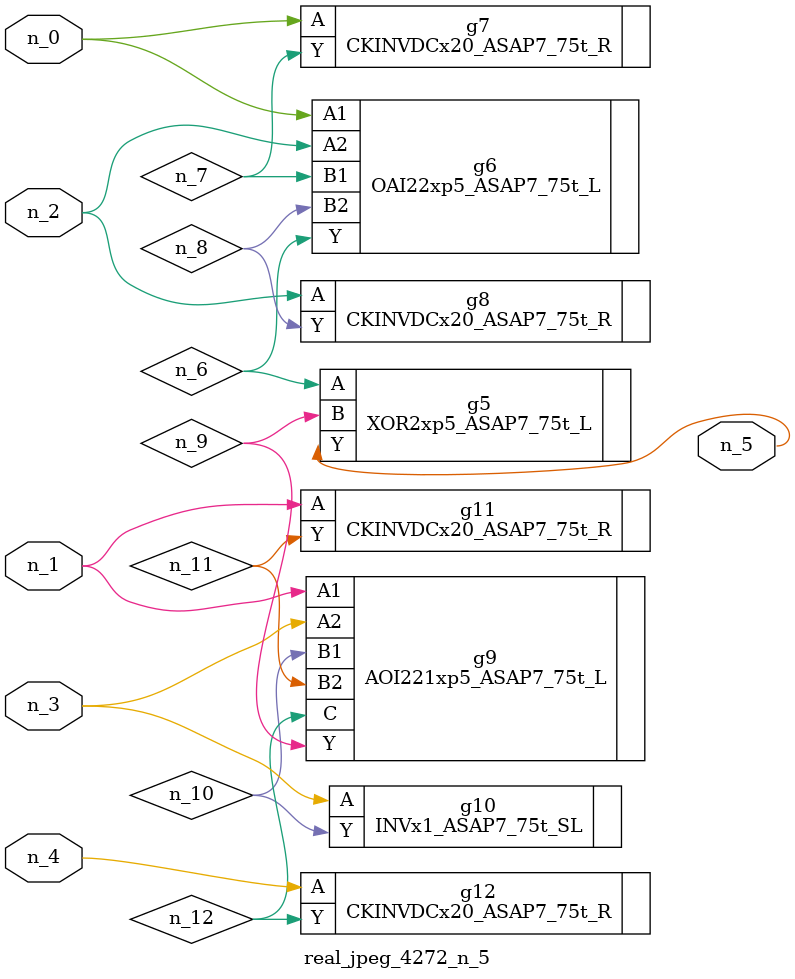
<source format=v>
module real_jpeg_4272_n_5 (n_4, n_0, n_1, n_2, n_3, n_5);

input n_4;
input n_0;
input n_1;
input n_2;
input n_3;

output n_5;

wire n_12;
wire n_8;
wire n_11;
wire n_6;
wire n_7;
wire n_10;
wire n_9;

OAI22xp5_ASAP7_75t_L g6 ( 
.A1(n_0),
.A2(n_2),
.B1(n_7),
.B2(n_8),
.Y(n_6)
);

CKINVDCx20_ASAP7_75t_R g7 ( 
.A(n_0),
.Y(n_7)
);

AOI221xp5_ASAP7_75t_L g9 ( 
.A1(n_1),
.A2(n_3),
.B1(n_10),
.B2(n_11),
.C(n_12),
.Y(n_9)
);

CKINVDCx20_ASAP7_75t_R g11 ( 
.A(n_1),
.Y(n_11)
);

CKINVDCx20_ASAP7_75t_R g8 ( 
.A(n_2),
.Y(n_8)
);

INVx1_ASAP7_75t_SL g10 ( 
.A(n_3),
.Y(n_10)
);

CKINVDCx20_ASAP7_75t_R g12 ( 
.A(n_4),
.Y(n_12)
);

XOR2xp5_ASAP7_75t_L g5 ( 
.A(n_6),
.B(n_9),
.Y(n_5)
);


endmodule
</source>
